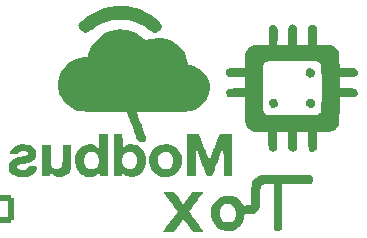
<source format=gbo>
G04 #@! TF.GenerationSoftware,KiCad,Pcbnew,9.0.4*
G04 #@! TF.CreationDate,2025-10-05T21:49:41+02:00*
G04 #@! TF.ProjectId,modbus-to-x,6d6f6462-7573-42d7-946f-2d782e6b6963,rev?*
G04 #@! TF.SameCoordinates,Original*
G04 #@! TF.FileFunction,Legend,Bot*
G04 #@! TF.FilePolarity,Positive*
%FSLAX46Y46*%
G04 Gerber Fmt 4.6, Leading zero omitted, Abs format (unit mm)*
G04 Created by KiCad (PCBNEW 9.0.4) date 2025-10-05 21:49:41*
%MOMM*%
%LPD*%
G01*
G04 APERTURE LIST*
G04 Aperture macros list*
%AMRoundRect*
0 Rectangle with rounded corners*
0 $1 Rounding radius*
0 $2 $3 $4 $5 $6 $7 $8 $9 X,Y pos of 4 corners*
0 Add a 4 corners polygon primitive as box body*
4,1,4,$2,$3,$4,$5,$6,$7,$8,$9,$2,$3,0*
0 Add four circle primitives for the rounded corners*
1,1,$1+$1,$2,$3*
1,1,$1+$1,$4,$5*
1,1,$1+$1,$6,$7*
1,1,$1+$1,$8,$9*
0 Add four rect primitives between the rounded corners*
20,1,$1+$1,$2,$3,$4,$5,0*
20,1,$1+$1,$4,$5,$6,$7,0*
20,1,$1+$1,$6,$7,$8,$9,0*
20,1,$1+$1,$8,$9,$2,$3,0*%
G04 Aperture macros list end*
%ADD10C,0.000000*%
%ADD11C,1.700000*%
%ADD12R,1.700000X1.700000*%
%ADD13RoundRect,0.250001X-0.949999X-0.949999X0.949999X-0.949999X0.949999X0.949999X-0.949999X0.949999X0*%
%ADD14C,2.400000*%
G04 APERTURE END LIST*
D10*
G36*
X126357002Y-114512879D02*
G01*
X126425557Y-114557941D01*
X126521957Y-114680465D01*
X126557755Y-114828001D01*
X126530410Y-114981315D01*
X126437379Y-115121173D01*
X126398934Y-115157087D01*
X126294074Y-115218922D01*
X126160835Y-115235398D01*
X126010687Y-115208094D01*
X125881556Y-115124941D01*
X125797361Y-115002495D01*
X125765091Y-114857625D01*
X125791738Y-114707199D01*
X125884291Y-114568084D01*
X126022301Y-114475838D01*
X126181576Y-114456423D01*
X126357002Y-114512879D01*
G37*
G36*
X126209352Y-111876889D02*
G01*
X126329191Y-111926509D01*
X126439467Y-112025550D01*
X126520248Y-112151976D01*
X126551604Y-112283752D01*
X126539478Y-112414033D01*
X126480799Y-112542278D01*
X126365007Y-112634485D01*
X126329599Y-112651987D01*
X126163020Y-112690794D01*
X126010497Y-112661830D01*
X125885397Y-112573659D01*
X125801087Y-112434843D01*
X125770935Y-112253944D01*
X125796045Y-112127967D01*
X125883484Y-111997610D01*
X126017620Y-111908065D01*
X126181712Y-111874783D01*
X126209352Y-111876889D01*
G37*
G36*
X123126937Y-114463602D02*
G01*
X123200162Y-114501796D01*
X123292589Y-114586721D01*
X123341691Y-114637209D01*
X123401448Y-114715322D01*
X123421130Y-114790388D01*
X123413327Y-114894505D01*
X123380846Y-115019656D01*
X123288918Y-115147414D01*
X123216201Y-115197275D01*
X123069474Y-115239305D01*
X122923262Y-115221399D01*
X122792872Y-115153225D01*
X122693611Y-115044449D01*
X122640786Y-114904738D01*
X122649706Y-114743758D01*
X122703232Y-114621751D01*
X122818815Y-114517334D01*
X122991480Y-114465088D01*
X123041399Y-114459408D01*
X123126937Y-114463602D01*
G37*
G36*
X104160673Y-119231013D02*
G01*
X104160693Y-119280270D01*
X104161511Y-119547965D01*
X104164181Y-119750664D01*
X104169612Y-119899719D01*
X104178712Y-120006479D01*
X104192387Y-120082295D01*
X104211547Y-120138519D01*
X104237099Y-120186501D01*
X104260049Y-120220749D01*
X104397472Y-120348038D01*
X104570932Y-120419003D01*
X104760709Y-120428508D01*
X104947085Y-120371418D01*
X105002533Y-120338679D01*
X105060381Y-120286772D01*
X105103986Y-120215271D01*
X105135295Y-120114423D01*
X105156255Y-119974474D01*
X105168816Y-119785673D01*
X105174924Y-119538266D01*
X105176527Y-119222499D01*
X105176527Y-118400629D01*
X105547758Y-118400629D01*
X105918989Y-118400629D01*
X105918989Y-119331382D01*
X105918773Y-119477342D01*
X105915675Y-119799124D01*
X105907459Y-120056811D01*
X105892295Y-120260469D01*
X105868352Y-120420165D01*
X105833800Y-120545967D01*
X105786808Y-120647940D01*
X105725545Y-120736151D01*
X105648182Y-120820667D01*
X105596049Y-120867782D01*
X105459740Y-120964562D01*
X105327950Y-121030351D01*
X105087943Y-121087411D01*
X104804860Y-121087886D01*
X104534773Y-121018316D01*
X104292238Y-120880804D01*
X104205414Y-120817334D01*
X104149070Y-120791857D01*
X104125931Y-120819341D01*
X104121450Y-120901552D01*
X104121450Y-121018783D01*
X103769758Y-121018783D01*
X103418066Y-121018783D01*
X103418066Y-119709706D01*
X103418066Y-118400629D01*
X103789297Y-118400629D01*
X104160527Y-118400629D01*
X104160673Y-119231013D01*
G37*
G36*
X115277699Y-119951292D02*
G01*
X115201232Y-120239952D01*
X115067513Y-120503059D01*
X114880754Y-120730277D01*
X114645163Y-120911271D01*
X114364952Y-121035706D01*
X114358090Y-121037756D01*
X114223555Y-121065173D01*
X114049276Y-121085079D01*
X113871143Y-121093287D01*
X113630052Y-121077252D01*
X113319801Y-120997044D01*
X113050120Y-120853175D01*
X112826460Y-120649784D01*
X112654268Y-120391014D01*
X112538995Y-120081004D01*
X112498965Y-119850033D01*
X112501555Y-119692032D01*
X113238943Y-119692032D01*
X113261731Y-119911486D01*
X113336861Y-120112440D01*
X113461500Y-120279493D01*
X113632815Y-120397247D01*
X113751005Y-120440611D01*
X113961496Y-120462154D01*
X114158769Y-120406679D01*
X114342149Y-120274302D01*
X114444508Y-120140966D01*
X114523403Y-119937791D01*
X114548366Y-119709722D01*
X114517763Y-119475734D01*
X114429961Y-119254802D01*
X114424595Y-119245450D01*
X114292864Y-119089868D01*
X114123932Y-118991211D01*
X113934505Y-118950576D01*
X113741289Y-118969063D01*
X113560989Y-119047768D01*
X113410309Y-119187790D01*
X113361723Y-119259216D01*
X113271329Y-119469476D01*
X113238943Y-119692032D01*
X112501555Y-119692032D01*
X112504298Y-119524723D01*
X112579839Y-119213829D01*
X112722325Y-118929070D01*
X112928493Y-118682166D01*
X113039665Y-118584649D01*
X113214905Y-118468026D01*
X113404980Y-118393365D01*
X113630036Y-118353688D01*
X113910220Y-118342013D01*
X114033769Y-118342810D01*
X114188337Y-118349408D01*
X114303989Y-118366283D01*
X114405067Y-118397689D01*
X114515912Y-118447880D01*
X114763828Y-118601817D01*
X114984678Y-118822103D01*
X115153554Y-119099657D01*
X115242040Y-119338658D01*
X115292705Y-119647416D01*
X115289628Y-119709722D01*
X115277699Y-119951292D01*
G37*
G36*
X109006066Y-121018783D02*
G01*
X108654374Y-121018783D01*
X108302681Y-121018783D01*
X108302681Y-120874702D01*
X108302681Y-120730622D01*
X108191560Y-120837083D01*
X108150360Y-120871723D01*
X108025657Y-120952318D01*
X107888714Y-121018412D01*
X107743968Y-121063561D01*
X107462272Y-121096133D01*
X107179877Y-121064597D01*
X106915569Y-120972033D01*
X106688132Y-120821522D01*
X106583392Y-120717610D01*
X106406709Y-120462947D01*
X106290954Y-120164493D01*
X106239367Y-119829405D01*
X106236946Y-119761587D01*
X106245149Y-119646825D01*
X106993885Y-119646825D01*
X106997804Y-119859850D01*
X107043176Y-120059166D01*
X107130814Y-120227788D01*
X107261534Y-120348733D01*
X107438269Y-120425522D01*
X107646758Y-120449230D01*
X107843359Y-120406254D01*
X108014919Y-120302231D01*
X108148287Y-120142795D01*
X108230312Y-119933583D01*
X108249501Y-119798764D01*
X108244574Y-119576849D01*
X108201807Y-119364963D01*
X108125630Y-119194383D01*
X108060427Y-119115567D01*
X107903380Y-119009251D01*
X107714646Y-118954998D01*
X107514982Y-118957313D01*
X107325149Y-119020701D01*
X107222714Y-119095352D01*
X107107154Y-119247592D01*
X107030607Y-119437078D01*
X106993885Y-119646825D01*
X106245149Y-119646825D01*
X106261205Y-119422205D01*
X106343712Y-119116381D01*
X106479123Y-118850796D01*
X106662098Y-118632127D01*
X106887295Y-118467053D01*
X107149372Y-118362254D01*
X107442989Y-118324408D01*
X107693611Y-118341930D01*
X107908549Y-118405685D01*
X108084216Y-118519991D01*
X108121743Y-118552096D01*
X108198015Y-118611523D01*
X108239455Y-118635090D01*
X108243782Y-118625599D01*
X108251620Y-118554759D01*
X108257907Y-118426030D01*
X108262087Y-118252920D01*
X108263604Y-118048937D01*
X108263604Y-117462783D01*
X108634835Y-117462783D01*
X109006066Y-117462783D01*
X109006066Y-119240783D01*
X109006066Y-119798764D01*
X109006066Y-121018783D01*
G37*
G36*
X110593502Y-106642147D02*
G01*
X110998884Y-106707000D01*
X111389736Y-106798923D01*
X111734912Y-106911560D01*
X111923309Y-106990318D01*
X112307065Y-107182084D01*
X112685897Y-107409230D01*
X113035606Y-107656642D01*
X113331997Y-107909205D01*
X113334654Y-107911746D01*
X113457889Y-108034745D01*
X113532094Y-108124899D01*
X113568433Y-108198692D01*
X113578066Y-108272607D01*
X113561092Y-108391337D01*
X113480471Y-108567785D01*
X113345075Y-108729948D01*
X113167758Y-108859441D01*
X113151672Y-108867991D01*
X113051586Y-108903144D01*
X112947301Y-108901242D01*
X112825832Y-108857956D01*
X112674196Y-108768954D01*
X112479406Y-108629908D01*
X112369765Y-108550439D01*
X112036002Y-108335944D01*
X111684143Y-108144970D01*
X111337285Y-107989360D01*
X111018527Y-107880955D01*
X110953235Y-107863854D01*
X110821090Y-107835056D01*
X110684130Y-107815536D01*
X110524034Y-107803676D01*
X110322479Y-107797861D01*
X110061143Y-107796473D01*
X110003993Y-107796561D01*
X109769348Y-107798377D01*
X109590563Y-107803949D01*
X109449170Y-107815261D01*
X109326703Y-107834294D01*
X109204696Y-107863032D01*
X109064681Y-107903457D01*
X108601788Y-108072626D01*
X108095824Y-108325233D01*
X107630694Y-108631134D01*
X107617625Y-108640953D01*
X107429711Y-108776084D01*
X107284381Y-108861707D01*
X107166741Y-108900137D01*
X107061899Y-108893689D01*
X106954961Y-108844677D01*
X106831036Y-108755416D01*
X106730624Y-108668073D01*
X106596982Y-108511655D01*
X106524579Y-108361476D01*
X106519497Y-108227834D01*
X106554505Y-108151203D01*
X106661288Y-108018377D01*
X106831622Y-107859230D01*
X107061240Y-107677632D01*
X107345878Y-107477459D01*
X107661681Y-107277668D01*
X108173363Y-107007331D01*
X108681364Y-106808514D01*
X109194962Y-106678482D01*
X109723436Y-106614500D01*
X110276066Y-106613834D01*
X110593502Y-106642147D01*
G37*
G36*
X112228306Y-119748549D02*
G01*
X112201785Y-120039343D01*
X112133177Y-120295571D01*
X112081922Y-120404857D01*
X111950324Y-120603872D01*
X111784951Y-120787339D01*
X111604743Y-120935548D01*
X111428640Y-121028788D01*
X111419336Y-121032020D01*
X111183816Y-121084468D01*
X110939554Y-121090386D01*
X110706309Y-121052871D01*
X110503846Y-120975022D01*
X110351926Y-120859940D01*
X110336450Y-120843346D01*
X110267924Y-120790844D01*
X110229465Y-120809873D01*
X110217450Y-120901552D01*
X110217450Y-121018783D01*
X109865758Y-121018783D01*
X109514066Y-121018783D01*
X109514066Y-119623504D01*
X110229529Y-119623504D01*
X110233181Y-119857758D01*
X110293505Y-120073253D01*
X110405389Y-120248218D01*
X110562824Y-120369213D01*
X110675254Y-120413397D01*
X110883341Y-120441470D01*
X111084452Y-120407304D01*
X111256215Y-120312720D01*
X111295206Y-120275142D01*
X111390581Y-120121901D01*
X111449367Y-119926356D01*
X111468943Y-119709937D01*
X111446690Y-119494074D01*
X111379989Y-119300196D01*
X111363854Y-119269761D01*
X111242029Y-119103787D01*
X111090058Y-119003737D01*
X110894438Y-118960152D01*
X110715017Y-118969510D01*
X110531603Y-119043400D01*
X110386041Y-119180529D01*
X110283595Y-119375648D01*
X110229529Y-119623504D01*
X109514066Y-119623504D01*
X109514066Y-119239316D01*
X109514066Y-117459850D01*
X109875527Y-117471085D01*
X110236989Y-117482321D01*
X110256527Y-118062969D01*
X110260725Y-118185681D01*
X110268119Y-118372817D01*
X110275902Y-118496986D01*
X110285891Y-118568231D01*
X110299900Y-118596590D01*
X110319744Y-118592104D01*
X110347237Y-118564813D01*
X110387194Y-118530019D01*
X110492418Y-118462764D01*
X110619204Y-118399629D01*
X110818815Y-118343172D01*
X111066785Y-118326791D01*
X111314827Y-118356636D01*
X111530926Y-118431583D01*
X111543640Y-118438292D01*
X111715581Y-118561409D01*
X111885295Y-118734478D01*
X112032300Y-118933684D01*
X112136112Y-119135211D01*
X112154770Y-119187696D01*
X112212660Y-119454297D01*
X112226253Y-119709937D01*
X112228306Y-119748549D01*
G37*
G36*
X119518431Y-118234552D02*
G01*
X119518612Y-118431399D01*
X119518954Y-118771991D01*
X119519348Y-119136563D01*
X119519758Y-119492553D01*
X119520149Y-119807398D01*
X119520185Y-119835566D01*
X119520402Y-120092402D01*
X119520430Y-120334474D01*
X119520277Y-120545934D01*
X119519956Y-120710934D01*
X119519477Y-120813629D01*
X119517758Y-121018783D01*
X119166615Y-121018783D01*
X118815471Y-121018783D01*
X118805153Y-119782632D01*
X118794835Y-118546482D01*
X118453837Y-119440709D01*
X118402108Y-119576426D01*
X118298385Y-119848917D01*
X118198890Y-120110742D01*
X118109536Y-120346314D01*
X118036239Y-120540047D01*
X117984913Y-120676357D01*
X117856989Y-121017778D01*
X117618911Y-121018280D01*
X117380832Y-121018783D01*
X117146720Y-120422860D01*
X117125977Y-120369961D01*
X117018791Y-120094383D01*
X116900298Y-119786830D01*
X116783504Y-119481165D01*
X116681414Y-119211252D01*
X116450220Y-118595568D01*
X116439894Y-119807175D01*
X116429568Y-121018783D01*
X116058496Y-121018783D01*
X115687423Y-121018783D01*
X115697591Y-119250552D01*
X115707758Y-117482321D01*
X116215758Y-117482321D01*
X116723758Y-117482321D01*
X116847791Y-117794937D01*
X116857398Y-117819269D01*
X116914457Y-117966179D01*
X116991061Y-118166060D01*
X117080926Y-118402400D01*
X117177767Y-118658684D01*
X117275301Y-118918398D01*
X117317323Y-119030109D01*
X117402870Y-119253905D01*
X117478164Y-119446072D01*
X117539018Y-119596184D01*
X117581244Y-119693812D01*
X117600653Y-119728528D01*
X117603819Y-119724817D01*
X117630374Y-119668090D01*
X117679362Y-119549969D01*
X117747221Y-119379482D01*
X117830387Y-119165662D01*
X117925300Y-118917539D01*
X118028396Y-118644143D01*
X118058777Y-118563174D01*
X118161206Y-118292435D01*
X118255272Y-118047125D01*
X118337220Y-117836818D01*
X118403294Y-117671085D01*
X118449738Y-117559498D01*
X118472796Y-117511629D01*
X118513370Y-117490893D01*
X118613649Y-117474873D01*
X118778472Y-117465705D01*
X119014543Y-117462783D01*
X119517758Y-117462783D01*
X119518431Y-118234552D01*
G37*
G36*
X102174918Y-118355480D02*
G01*
X102443187Y-118433308D01*
X102661287Y-118556191D01*
X102823791Y-118720538D01*
X102925274Y-118922757D01*
X102960308Y-119159258D01*
X102958103Y-119230748D01*
X102924651Y-119414777D01*
X102845861Y-119567176D01*
X102715212Y-119693123D01*
X102526183Y-119797797D01*
X102272252Y-119886376D01*
X101946900Y-119964039D01*
X101818717Y-119990758D01*
X101622303Y-120036503D01*
X101485859Y-120078117D01*
X101397933Y-120120404D01*
X101347073Y-120168166D01*
X101321825Y-120226208D01*
X101316588Y-120295110D01*
X101365062Y-120391131D01*
X101481843Y-120459434D01*
X101662839Y-120496770D01*
X101788906Y-120502741D01*
X101994916Y-120476696D01*
X102149717Y-120403854D01*
X102245758Y-120286936D01*
X102270189Y-120237921D01*
X102313441Y-120186388D01*
X102381015Y-120165731D01*
X102499758Y-120162833D01*
X102547845Y-120163962D01*
X102717433Y-120174329D01*
X102870989Y-120191392D01*
X102934437Y-120201637D01*
X103009585Y-120223596D01*
X103036294Y-120262383D01*
X103033879Y-120335034D01*
X103021228Y-120406816D01*
X102935697Y-120603800D01*
X102783627Y-120780751D01*
X102573235Y-120929610D01*
X102312735Y-121042320D01*
X102206897Y-121066044D01*
X102001643Y-121084515D01*
X101734197Y-121086220D01*
X101561874Y-121080701D01*
X101416115Y-121069455D01*
X101304686Y-121048556D01*
X101204117Y-121013371D01*
X101090942Y-120959269D01*
X101011230Y-120914621D01*
X100811546Y-120754535D01*
X100677908Y-120561584D01*
X100614956Y-120341789D01*
X100614243Y-120093029D01*
X100676824Y-119878817D01*
X100805100Y-119705483D01*
X101000423Y-119570321D01*
X101081199Y-119537557D01*
X101228611Y-119491017D01*
X101411508Y-119441872D01*
X101607561Y-119396515D01*
X101779718Y-119357265D01*
X101949429Y-119312711D01*
X102080723Y-119271866D01*
X102154426Y-119240209D01*
X102210360Y-119192373D01*
X102248593Y-119104942D01*
X102224113Y-119018149D01*
X102145490Y-118942791D01*
X102021296Y-118889661D01*
X101860102Y-118869552D01*
X101696948Y-118883569D01*
X101542234Y-118943389D01*
X101434930Y-119054193D01*
X101401776Y-119102601D01*
X101362018Y-119135983D01*
X101301037Y-119152110D01*
X101199878Y-119155634D01*
X101039589Y-119151206D01*
X100712651Y-119139782D01*
X100737183Y-119017118D01*
X100806962Y-118809826D01*
X100944845Y-118617306D01*
X101142615Y-118471923D01*
X101397639Y-118375544D01*
X101707283Y-118330032D01*
X101861909Y-118326300D01*
X102174918Y-118355480D01*
G37*
G36*
X116806917Y-122347842D02*
G01*
X116945786Y-122350495D01*
X117028346Y-122357282D01*
X117065872Y-122370126D01*
X117069636Y-122390949D01*
X117050909Y-122421674D01*
X117036184Y-122441843D01*
X116976562Y-122522832D01*
X116881642Y-122651387D01*
X116758788Y-122817544D01*
X116615366Y-123011340D01*
X116458740Y-123222810D01*
X116371895Y-123340358D01*
X116225046Y-123540759D01*
X116097517Y-123716870D01*
X115996169Y-123859110D01*
X115927866Y-123957896D01*
X115899470Y-124003648D01*
X115901983Y-124019120D01*
X115940265Y-124092454D01*
X116018391Y-124214975D01*
X116130750Y-124378407D01*
X116271735Y-124574473D01*
X116435734Y-124794897D01*
X116524910Y-124912957D01*
X116683417Y-125122893D01*
X116826981Y-125313150D01*
X116947557Y-125473059D01*
X117037101Y-125591954D01*
X117087566Y-125659167D01*
X117182419Y-125786167D01*
X116718590Y-125786167D01*
X116254761Y-125786167D01*
X115828511Y-125201280D01*
X115402260Y-124616393D01*
X115261932Y-124809932D01*
X115080350Y-125060539D01*
X114936320Y-125259797D01*
X114827237Y-125411429D01*
X114747524Y-125523264D01*
X114691602Y-125603127D01*
X114653892Y-125658845D01*
X114628818Y-125698244D01*
X114613068Y-125722003D01*
X114581289Y-125751851D01*
X114530436Y-125770661D01*
X114445739Y-125780963D01*
X114312431Y-125785288D01*
X114115743Y-125786167D01*
X113939221Y-125783905D01*
X113792243Y-125777619D01*
X113692929Y-125768279D01*
X113656520Y-125756860D01*
X113678880Y-125719212D01*
X113742099Y-125627459D01*
X113840086Y-125490086D01*
X113966750Y-125315549D01*
X114116002Y-125112305D01*
X114281751Y-124888808D01*
X114446579Y-124666383D01*
X114595964Y-124462465D01*
X114722761Y-124286975D01*
X114820876Y-124148425D01*
X114884214Y-124055323D01*
X114906681Y-124016179D01*
X114893903Y-123992139D01*
X114840119Y-123912083D01*
X114750209Y-123785334D01*
X114630576Y-123620769D01*
X114487622Y-123427263D01*
X114327750Y-123213692D01*
X114208964Y-123055773D01*
X114057664Y-122853958D01*
X113926298Y-122677963D01*
X113821662Y-122536923D01*
X113750548Y-122439972D01*
X113719752Y-122396244D01*
X113716791Y-122384688D01*
X113741858Y-122366876D01*
X113816421Y-122355660D01*
X113950008Y-122349995D01*
X114152144Y-122348837D01*
X114613604Y-122350275D01*
X115002248Y-122891234D01*
X115390892Y-123432193D01*
X115738841Y-122938641D01*
X115804116Y-122845687D01*
X115918525Y-122680867D01*
X116012637Y-122542820D01*
X116078112Y-122443845D01*
X116106609Y-122396244D01*
X116107384Y-122394581D01*
X116145317Y-122372790D01*
X116237326Y-122358173D01*
X116391387Y-122349964D01*
X116615475Y-122347398D01*
X116806917Y-122347842D01*
G37*
G36*
X121389080Y-124196989D02*
G01*
X121182912Y-124245797D01*
X120920225Y-124261309D01*
X120583769Y-124262167D01*
X120561116Y-124481655D01*
X120538788Y-124615515D01*
X120442499Y-124889530D01*
X120289119Y-125143440D01*
X120091173Y-125358720D01*
X119861185Y-125516846D01*
X119769299Y-125559454D01*
X119513418Y-125644126D01*
X119250691Y-125689950D01*
X119013642Y-125690273D01*
X118992210Y-125687591D01*
X118700625Y-125611361D01*
X118423478Y-125469776D01*
X118176086Y-125274738D01*
X117973769Y-125038152D01*
X117831845Y-124771922D01*
X117791042Y-124638410D01*
X117750327Y-124376979D01*
X117745942Y-124181169D01*
X118500345Y-124181169D01*
X118525865Y-124400440D01*
X118596417Y-124601489D01*
X118710874Y-124768343D01*
X118868105Y-124885034D01*
X119066944Y-124952407D01*
X119269316Y-124951921D01*
X119480171Y-124877629D01*
X119609247Y-124794452D01*
X119744533Y-124636009D01*
X119823651Y-124427394D01*
X119848736Y-124164475D01*
X119847489Y-124109252D01*
X119807159Y-123846902D01*
X119710502Y-123637212D01*
X119558091Y-123481523D01*
X119553259Y-123478120D01*
X119363688Y-123390184D01*
X119155383Y-123366694D01*
X118950423Y-123406856D01*
X118770886Y-123509875D01*
X118705275Y-123573710D01*
X118588921Y-123751834D01*
X118520988Y-123959643D01*
X118500345Y-124181169D01*
X117745942Y-124181169D01*
X117743994Y-124094202D01*
X117771982Y-123820611D01*
X117834229Y-123586739D01*
X117942384Y-123376357D01*
X118124216Y-123141911D01*
X118346324Y-122940502D01*
X118588430Y-122793461D01*
X118654937Y-122763731D01*
X118771158Y-122720059D01*
X118883369Y-122695413D01*
X119018915Y-122684927D01*
X119205143Y-122683734D01*
X119334092Y-122686355D01*
X119507497Y-122699157D01*
X119642054Y-122725729D01*
X119762339Y-122769869D01*
X119817277Y-122797121D01*
X119992895Y-122912409D01*
X120168271Y-123061932D01*
X120319612Y-123223851D01*
X120423125Y-123376330D01*
X120500478Y-123527955D01*
X120792612Y-123513203D01*
X120942629Y-123501278D01*
X121064268Y-123476986D01*
X121121269Y-123440694D01*
X121123774Y-123434860D01*
X121134637Y-123364252D01*
X121144103Y-123230956D01*
X121151622Y-123047665D01*
X121156641Y-122827070D01*
X121158609Y-122581860D01*
X121158696Y-122542525D01*
X121161470Y-122291910D01*
X121167605Y-122061349D01*
X121176468Y-121865367D01*
X121187426Y-121718486D01*
X121199848Y-121635231D01*
X121218977Y-121576780D01*
X121333678Y-121369168D01*
X121507218Y-121184069D01*
X121724434Y-121038727D01*
X121954369Y-120921090D01*
X123891525Y-120908500D01*
X123930756Y-120908251D01*
X124317170Y-120906378D01*
X124683797Y-120905621D01*
X125022298Y-120905929D01*
X125324336Y-120907249D01*
X125581574Y-120909529D01*
X125785674Y-120912719D01*
X125928299Y-120916765D01*
X126001111Y-120921617D01*
X126130983Y-120957116D01*
X126273333Y-121047697D01*
X126365536Y-121172826D01*
X126401572Y-121317747D01*
X126375424Y-121467704D01*
X126281072Y-121607942D01*
X126166847Y-121722167D01*
X124971995Y-121722167D01*
X123777143Y-121722167D01*
X123777143Y-123600865D01*
X123777143Y-125479564D01*
X123662918Y-125593789D01*
X123650358Y-125606066D01*
X123536252Y-125685233D01*
X123405912Y-125708013D01*
X123390339Y-125707788D01*
X123263429Y-125679836D01*
X123148906Y-125593789D01*
X123034681Y-125479564D01*
X123034681Y-123597593D01*
X123034681Y-121715622D01*
X122566736Y-121728664D01*
X122479102Y-121730870D01*
X122305857Y-121736239D01*
X122172792Y-121749037D01*
X122074348Y-121778090D01*
X122004965Y-121832224D01*
X121959082Y-121920264D01*
X121931138Y-122051036D01*
X121915574Y-122233366D01*
X121906828Y-122476080D01*
X121899342Y-122788003D01*
X121890976Y-123086295D01*
X121880764Y-123331972D01*
X121867038Y-123521061D01*
X121847756Y-123664579D01*
X121820880Y-123773547D01*
X121784367Y-123858981D01*
X121736178Y-123931901D01*
X121674272Y-124003326D01*
X121555322Y-124109209D01*
X121450657Y-124164475D01*
X121389080Y-124196989D01*
G37*
G36*
X110337688Y-108613482D02*
G01*
X110589064Y-108652096D01*
X110939813Y-108735807D01*
X111366463Y-108901322D01*
X111758462Y-109126314D01*
X112101154Y-109403501D01*
X112245935Y-109542596D01*
X112545741Y-109453593D01*
X112711004Y-109409719D01*
X113146487Y-109345464D01*
X113576748Y-109358284D01*
X114005276Y-109448481D01*
X114435563Y-109616354D01*
X114608108Y-109705699D01*
X114759915Y-109804003D01*
X114909000Y-109926461D01*
X115080774Y-110091796D01*
X115106521Y-110117950D01*
X115333116Y-110375312D01*
X115503238Y-110632548D01*
X115631357Y-110915386D01*
X115731943Y-111249552D01*
X115748473Y-111315188D01*
X115785112Y-111454684D01*
X115813566Y-111554776D01*
X115828744Y-111597184D01*
X115850242Y-111605678D01*
X115931258Y-111624287D01*
X116048877Y-111645082D01*
X116054074Y-111645914D01*
X116313657Y-111717457D01*
X116587788Y-111843952D01*
X116853018Y-112012612D01*
X117085896Y-112210646D01*
X117183538Y-112315801D01*
X117395480Y-112619129D01*
X117540367Y-112953059D01*
X117616807Y-113308463D01*
X117623410Y-113676215D01*
X117558782Y-114047188D01*
X117421534Y-114412255D01*
X117398266Y-114456885D01*
X117265816Y-114652655D01*
X117086630Y-114858218D01*
X116879987Y-115054824D01*
X116665161Y-115223723D01*
X116461429Y-115346165D01*
X116455211Y-115349177D01*
X116351606Y-115398081D01*
X116253957Y-115439742D01*
X116155254Y-115474741D01*
X116048490Y-115503661D01*
X115926653Y-115527084D01*
X115782737Y-115545592D01*
X115609730Y-115559766D01*
X115400624Y-115570190D01*
X115148411Y-115577444D01*
X114846081Y-115582112D01*
X114486624Y-115584774D01*
X114063033Y-115586013D01*
X113568297Y-115586412D01*
X113359902Y-115586555D01*
X112974744Y-115587232D01*
X112617787Y-115588392D01*
X112296170Y-115589980D01*
X112017026Y-115591943D01*
X111787492Y-115594225D01*
X111614705Y-115596772D01*
X111505800Y-115599530D01*
X111467912Y-115602444D01*
X111469042Y-115606738D01*
X111488996Y-115665735D01*
X111531335Y-115786260D01*
X111592765Y-115959072D01*
X111669995Y-116174933D01*
X111759732Y-116424604D01*
X111858681Y-116698846D01*
X111885557Y-116773357D01*
X111982830Y-117045797D01*
X112069907Y-117293930D01*
X112143447Y-117507943D01*
X112200111Y-117678019D01*
X112236559Y-117794345D01*
X112249450Y-117847105D01*
X112249355Y-117851950D01*
X112215345Y-117956205D01*
X112137262Y-118059192D01*
X112040115Y-118127419D01*
X111945547Y-118156210D01*
X111826767Y-118153489D01*
X111685323Y-118100868D01*
X111648645Y-118083631D01*
X111614715Y-118065232D01*
X111583231Y-118040704D01*
X111551509Y-118003938D01*
X111516866Y-117948828D01*
X111476616Y-117869266D01*
X111428076Y-117759143D01*
X111368561Y-117612354D01*
X111295389Y-117422789D01*
X111205873Y-117184342D01*
X111097332Y-116890904D01*
X110967080Y-116536369D01*
X110812433Y-116114629D01*
X110626129Y-115606629D01*
X108653559Y-115585194D01*
X108597502Y-115584586D01*
X108144345Y-115579611D01*
X107760958Y-115574753D01*
X107439815Y-115569178D01*
X107173392Y-115562050D01*
X106954162Y-115552532D01*
X106774602Y-115539789D01*
X106627185Y-115522986D01*
X106504387Y-115501287D01*
X106398683Y-115473856D01*
X106302547Y-115439857D01*
X106208455Y-115398455D01*
X106108882Y-115348815D01*
X105996301Y-115290099D01*
X105952883Y-115266762D01*
X105616578Y-115037767D01*
X105323085Y-114750024D01*
X105082315Y-114414847D01*
X104904182Y-114043552D01*
X104856099Y-113881295D01*
X104809611Y-113607727D01*
X104790377Y-113311670D01*
X104799937Y-113023490D01*
X104839829Y-112773552D01*
X104962383Y-112411305D01*
X105164222Y-112031486D01*
X105425639Y-111694426D01*
X105462074Y-111656002D01*
X105784382Y-111375906D01*
X106142075Y-111165440D01*
X106535625Y-111024375D01*
X106965505Y-110952485D01*
X107286695Y-110925699D01*
X107327119Y-110765241D01*
X107391299Y-110549384D01*
X107574570Y-110132670D01*
X107824460Y-109750439D01*
X108134850Y-109412937D01*
X108386341Y-109200813D01*
X108769834Y-108949348D01*
X109176610Y-108767062D01*
X109616746Y-108648757D01*
X109734605Y-108627575D01*
X109940381Y-108601325D01*
X110131435Y-108596593D01*
X110337688Y-108613482D01*
G37*
G36*
X128622681Y-113594167D02*
G01*
X129238143Y-113594743D01*
X129450824Y-113596021D01*
X129662232Y-113602385D01*
X129817333Y-113616953D01*
X129928359Y-113642847D01*
X130007538Y-113683190D01*
X130067101Y-113741104D01*
X130119279Y-113819713D01*
X130170577Y-113963097D01*
X130148542Y-114104155D01*
X130049176Y-114242302D01*
X130012580Y-114276294D01*
X129972503Y-114301204D01*
X129916905Y-114318101D01*
X129833258Y-114328538D01*
X129709037Y-114334069D01*
X129531714Y-114336248D01*
X129288765Y-114336629D01*
X128622681Y-114336629D01*
X128622681Y-115365075D01*
X128621811Y-115673428D01*
X128617588Y-115976630D01*
X128608359Y-116219703D01*
X128592497Y-116412429D01*
X128568374Y-116564590D01*
X128534361Y-116685967D01*
X128488831Y-116786344D01*
X128430155Y-116875500D01*
X128356707Y-116963219D01*
X128297136Y-117026650D01*
X128195640Y-117116720D01*
X128087568Y-117181267D01*
X127958635Y-117224408D01*
X127794559Y-117250257D01*
X127581053Y-117262929D01*
X127303835Y-117266540D01*
X126707912Y-117267398D01*
X126707912Y-117993327D01*
X126707912Y-118719256D01*
X126593687Y-118833481D01*
X126591932Y-118835230D01*
X126473502Y-118921982D01*
X126342883Y-118947706D01*
X126239108Y-118943607D01*
X126145868Y-118923674D01*
X126076408Y-118878961D01*
X126027291Y-118800584D01*
X125995077Y-118679656D01*
X125976325Y-118507294D01*
X125967596Y-118274611D01*
X125965450Y-117972723D01*
X125965450Y-117267398D01*
X125498896Y-117267398D01*
X125032341Y-117267398D01*
X125020204Y-118013324D01*
X125008066Y-118759250D01*
X124898425Y-118853478D01*
X124833014Y-118899539D01*
X124679165Y-118948472D01*
X124523819Y-118930066D01*
X124388164Y-118844685D01*
X124285143Y-118741664D01*
X124285143Y-118004531D01*
X124285143Y-117267398D01*
X123816220Y-117267398D01*
X123347297Y-117267398D01*
X123347297Y-118004531D01*
X123347297Y-118741664D01*
X123244276Y-118844685D01*
X123134266Y-118921550D01*
X122982807Y-118955267D01*
X122832798Y-118923678D01*
X122706001Y-118827477D01*
X122690268Y-118808638D01*
X122658731Y-118766151D01*
X122636102Y-118719179D01*
X122620904Y-118655446D01*
X122611656Y-118562672D01*
X122606881Y-118428579D01*
X122605100Y-118240889D01*
X122604835Y-117987323D01*
X122604835Y-117267398D01*
X121987277Y-117267398D01*
X121860579Y-117267272D01*
X121658694Y-117265541D01*
X121511712Y-117260226D01*
X121404146Y-117249392D01*
X121320510Y-117231104D01*
X121245318Y-117203427D01*
X121163083Y-117164427D01*
X120986091Y-117048771D01*
X120806357Y-116852183D01*
X120682676Y-116609774D01*
X120669162Y-116554971D01*
X120655120Y-116442604D01*
X120644630Y-116277388D01*
X120637426Y-116053006D01*
X120633244Y-115763143D01*
X120631818Y-115401482D01*
X120631450Y-114336643D01*
X119923625Y-114336636D01*
X119215800Y-114336629D01*
X119112779Y-114233608D01*
X119064569Y-114174015D01*
X119010440Y-114026520D01*
X119023454Y-113869233D01*
X119103977Y-113723346D01*
X119198196Y-113613706D01*
X119914823Y-113594167D01*
X120631450Y-113574629D01*
X120631751Y-113554405D01*
X122135912Y-113554405D01*
X122135939Y-113858418D01*
X122136421Y-114265908D01*
X122138080Y-114606213D01*
X122141647Y-114885979D01*
X122147855Y-115111855D01*
X122157433Y-115290488D01*
X122171114Y-115428526D01*
X122189627Y-115532616D01*
X122213704Y-115609406D01*
X122244076Y-115665544D01*
X122281474Y-115707676D01*
X122326629Y-115742451D01*
X122380272Y-115776517D01*
X122397157Y-115786789D01*
X122428702Y-115803606D01*
X122465990Y-115817655D01*
X122515605Y-115829183D01*
X122584129Y-115838440D01*
X122678145Y-115845675D01*
X122804236Y-115851137D01*
X122968984Y-115855075D01*
X123178972Y-115857739D01*
X123440783Y-115859377D01*
X123760999Y-115860238D01*
X124146204Y-115860573D01*
X124602980Y-115860629D01*
X124952214Y-115860556D01*
X125357363Y-115860124D01*
X125695808Y-115859114D01*
X125974112Y-115857316D01*
X126198834Y-115854518D01*
X126376536Y-115850510D01*
X126513778Y-115845081D01*
X126617123Y-115838019D01*
X126693129Y-115829113D01*
X126748359Y-115818153D01*
X126789374Y-115804927D01*
X126822733Y-115789225D01*
X126830636Y-115784825D01*
X126941688Y-115695704D01*
X127027277Y-115584681D01*
X127028377Y-115582617D01*
X127044724Y-115547161D01*
X127058334Y-115503342D01*
X127069455Y-115444183D01*
X127078336Y-115362705D01*
X127085226Y-115251927D01*
X127090374Y-115104871D01*
X127094028Y-114914557D01*
X127096437Y-114674007D01*
X127097850Y-114376241D01*
X127098515Y-114014280D01*
X127098681Y-113581144D01*
X127098660Y-113271183D01*
X127098192Y-112866499D01*
X127096523Y-112528831D01*
X127092888Y-112251496D01*
X127086525Y-112027807D01*
X127076667Y-111851081D01*
X127062553Y-111714632D01*
X127043417Y-111611775D01*
X127018496Y-111535826D01*
X126987026Y-111480098D01*
X126948242Y-111437908D01*
X126901381Y-111402570D01*
X126845678Y-111367399D01*
X126836164Y-111361617D01*
X126805443Y-111345315D01*
X126768380Y-111331640D01*
X126718445Y-111320362D01*
X126649112Y-111311250D01*
X126553851Y-111304075D01*
X126426135Y-111298607D01*
X126259435Y-111294616D01*
X126047222Y-111291873D01*
X125782970Y-111290147D01*
X125460148Y-111289208D01*
X125072229Y-111288828D01*
X124612684Y-111288775D01*
X124530856Y-111288782D01*
X124083290Y-111288957D01*
X123706272Y-111289512D01*
X123393284Y-111290673D01*
X123137806Y-111292662D01*
X122933320Y-111295703D01*
X122773305Y-111300019D01*
X122651242Y-111305834D01*
X122560613Y-111313370D01*
X122494897Y-111322852D01*
X122447576Y-111334502D01*
X122412130Y-111348543D01*
X122382040Y-111365201D01*
X122341459Y-111390008D01*
X122293457Y-111422675D01*
X122253577Y-111459893D01*
X122221065Y-111508353D01*
X122195169Y-111574745D01*
X122175137Y-111665761D01*
X122160217Y-111788092D01*
X122149656Y-111948430D01*
X122142702Y-112153465D01*
X122138603Y-112409888D01*
X122136606Y-112724392D01*
X122135960Y-113103667D01*
X122135912Y-113554405D01*
X120631751Y-113554405D01*
X120638583Y-113095937D01*
X120645715Y-112617244D01*
X119941962Y-112617244D01*
X119238208Y-112617244D01*
X119123983Y-112503019D01*
X119045192Y-112397936D01*
X119003172Y-112249001D01*
X119031498Y-112103035D01*
X119129987Y-111975949D01*
X119140940Y-111966762D01*
X119184856Y-111932909D01*
X119231185Y-111908583D01*
X119292549Y-111892208D01*
X119381572Y-111882207D01*
X119510878Y-111877005D01*
X119693091Y-111875023D01*
X119940833Y-111874687D01*
X120631450Y-111874591D01*
X120637095Y-111232687D01*
X120637891Y-111149379D01*
X120641352Y-110927811D01*
X120647527Y-110765086D01*
X120658147Y-110646479D01*
X120674941Y-110557263D01*
X120699640Y-110482714D01*
X120733973Y-110408106D01*
X120765380Y-110351074D01*
X120853969Y-110222499D01*
X120943252Y-110125877D01*
X121013403Y-110069948D01*
X121103100Y-110012991D01*
X121202304Y-109972539D01*
X121324735Y-109945850D01*
X121484112Y-109930181D01*
X121694154Y-109922791D01*
X121968580Y-109920937D01*
X122624374Y-109920937D01*
X122624374Y-109159825D01*
X122624374Y-108398713D01*
X122726862Y-108296225D01*
X122739161Y-108284504D01*
X122873106Y-108208831D01*
X123022516Y-108194704D01*
X123166614Y-108236526D01*
X123284627Y-108328700D01*
X123355780Y-108465632D01*
X123362997Y-108513962D01*
X123371184Y-108638372D01*
X123376541Y-108813801D01*
X123378637Y-109024332D01*
X123377043Y-109254048D01*
X123366835Y-109921012D01*
X123825989Y-109920974D01*
X124285143Y-109920937D01*
X124285143Y-109175906D01*
X124285810Y-109019519D01*
X124290468Y-108763656D01*
X124299222Y-108561746D01*
X124311658Y-108421838D01*
X124327365Y-108351982D01*
X124368179Y-108297861D01*
X124485692Y-108221693D01*
X124631925Y-108186806D01*
X124777635Y-108202882D01*
X124817391Y-108217184D01*
X124888479Y-108254561D01*
X124941627Y-108309186D01*
X124979387Y-108391205D01*
X125004311Y-108510759D01*
X125018954Y-108677993D01*
X125025867Y-108903050D01*
X125027604Y-109196073D01*
X125027604Y-109920937D01*
X125496527Y-109920937D01*
X125965450Y-109920937D01*
X125965450Y-109157160D01*
X125965510Y-108990066D01*
X125966417Y-108769530D01*
X125969448Y-108608695D01*
X125975885Y-108496058D01*
X125987013Y-108420118D01*
X126004113Y-108369374D01*
X126028470Y-108332325D01*
X126061367Y-108297468D01*
X126101944Y-108261484D01*
X126199305Y-108214501D01*
X126336681Y-108201552D01*
X126406441Y-108204008D01*
X126521251Y-108230942D01*
X126611996Y-108297468D01*
X126632972Y-108318914D01*
X126660554Y-108353722D01*
X126680371Y-108397674D01*
X126693708Y-108462272D01*
X126701847Y-108559019D01*
X126706072Y-108699414D01*
X126707666Y-108894961D01*
X126707912Y-109157160D01*
X126707912Y-109920937D01*
X127334700Y-109920937D01*
X127515330Y-109921885D01*
X127748491Y-109928874D01*
X127925985Y-109945671D01*
X128061571Y-109975784D01*
X128169005Y-110022724D01*
X128262046Y-110090001D01*
X128354451Y-110181127D01*
X128425488Y-110261804D01*
X128491760Y-110354901D01*
X128539481Y-110455931D01*
X128572176Y-110578938D01*
X128593373Y-110737963D01*
X128606597Y-110947051D01*
X128615375Y-111220244D01*
X128631700Y-111874783D01*
X129275867Y-111874783D01*
X129920035Y-111874783D01*
X130052897Y-112007644D01*
X130092203Y-112050725D01*
X130159246Y-112147795D01*
X130185758Y-112224508D01*
X130183593Y-112255642D01*
X130145632Y-112380783D01*
X130075389Y-112499868D01*
X129992538Y-112577009D01*
X129966705Y-112584840D01*
X129865390Y-112597894D01*
X129706541Y-112608145D01*
X129503602Y-112614845D01*
X129270019Y-112617244D01*
X128622681Y-112617244D01*
X128622681Y-113105706D01*
X128622681Y-113581144D01*
X128622681Y-113594167D01*
G37*
%LPC*%
D11*
X130429000Y-101473000D03*
X130429000Y-104013000D03*
X130429000Y-106553000D03*
D12*
X130429000Y-109093000D03*
D13*
X99913800Y-123850400D03*
D14*
X103413800Y-123850400D03*
X106913800Y-123850400D03*
X110413800Y-123850400D03*
%LPD*%
M02*

</source>
